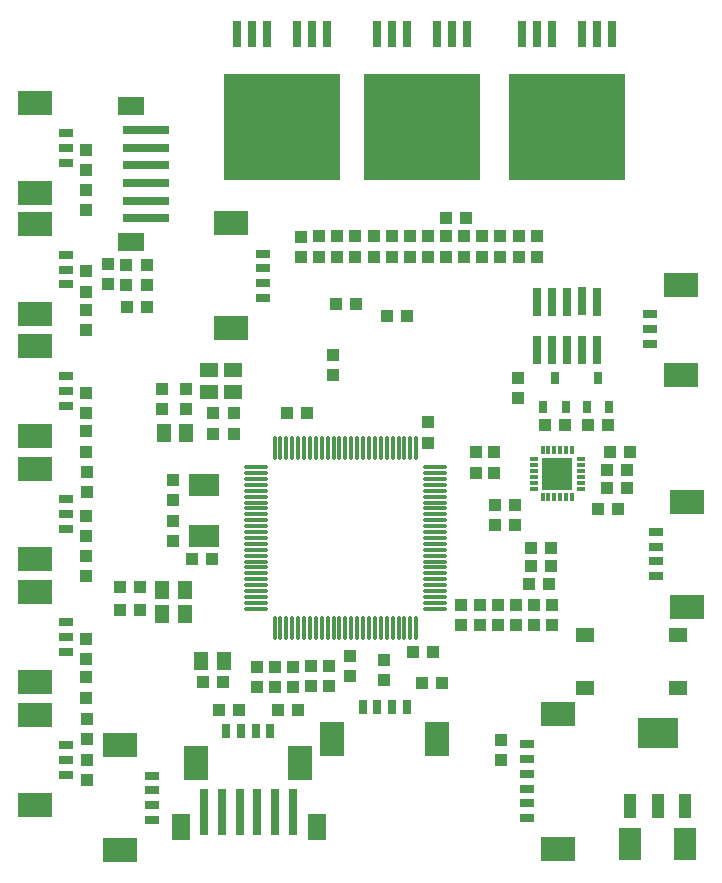
<source format=gtp>
G04 Layer_Color=8421504*
%FSLAX25Y25*%
%MOIN*%
G70*
G01*
G75*
%ADD10R,0.04331X0.03937*%
%ADD11R,0.05118X0.05906*%
%ADD12R,0.10236X0.07480*%
%ADD13R,0.10236X0.10630*%
%ADD14R,0.03150X0.01378*%
%ADD15R,0.01378X0.03150*%
%ADD16R,0.13780X0.09843*%
%ADD17R,0.03937X0.07874*%
%ADD18O,0.01181X0.08268*%
%ADD19O,0.08268X0.01181*%
%ADD20R,0.03150X0.03937*%
%ADD21R,0.06102X0.05118*%
%ADD22R,0.03937X0.04331*%
%ADD23R,0.05906X0.05118*%
%ADD24R,0.07480X0.10630*%
%ADD25R,0.03150X0.09449*%
%ADD26R,0.05118X0.03150*%
%ADD27R,0.03150X0.05118*%
%ADD28R,0.15748X0.03150*%
%ADD29R,0.03150X0.15748*%
%ADD30R,0.02953X0.08996*%
%ADD31R,0.39154X0.35492*%
%ADD41R,0.11811X0.08268*%
%ADD42R,0.08268X0.11811*%
%ADD43R,0.09055X0.05906*%
%ADD44R,0.05906X0.09055*%
D10*
X177500Y146500D02*
D03*
X184193D02*
D03*
X192000D02*
D03*
X198693D02*
D03*
X206000Y137500D02*
D03*
X199307D02*
D03*
X205000Y125500D02*
D03*
X198307D02*
D03*
X151193Y215500D02*
D03*
X144500D02*
D03*
X45000Y186000D02*
D03*
X38307D02*
D03*
X179500Y99500D02*
D03*
X172807D02*
D03*
X179500Y105500D02*
D03*
X172807D02*
D03*
X91500Y150500D02*
D03*
X98193D02*
D03*
X66500Y102000D02*
D03*
X59807D02*
D03*
X75500Y51500D02*
D03*
X68807D02*
D03*
X88500D02*
D03*
X95193D02*
D03*
X205000Y131500D02*
D03*
X198307D02*
D03*
X136500Y60500D02*
D03*
X143193D02*
D03*
X114500Y187000D02*
D03*
X107807D02*
D03*
X179000Y93500D02*
D03*
X172307D02*
D03*
X202000Y118500D02*
D03*
X195307D02*
D03*
X36000Y85000D02*
D03*
X42693D02*
D03*
X36000Y92500D02*
D03*
X42693D02*
D03*
X133500Y71000D02*
D03*
X140193D02*
D03*
X63500Y61000D02*
D03*
X70193D02*
D03*
X125000Y183000D02*
D03*
X131693D02*
D03*
D11*
X50500Y144000D02*
D03*
X57980D02*
D03*
X70500Y68000D02*
D03*
X63020D02*
D03*
X57500Y83500D02*
D03*
X50020D02*
D03*
X57500Y91500D02*
D03*
X50020D02*
D03*
D12*
X64000Y126618D02*
D03*
Y109689D02*
D03*
D13*
X181626Y130374D02*
D03*
D14*
X189500Y135295D02*
D03*
Y133327D02*
D03*
Y131358D02*
D03*
Y129390D02*
D03*
Y127421D02*
D03*
Y125453D02*
D03*
X173752Y125453D02*
D03*
Y127421D02*
D03*
Y129390D02*
D03*
Y131358D02*
D03*
Y133327D02*
D03*
Y135295D02*
D03*
D15*
X176705Y138248D02*
D03*
X178673D02*
D03*
X180642D02*
D03*
X182610D02*
D03*
X184579D02*
D03*
X186547D02*
D03*
X186547Y122500D02*
D03*
X184579D02*
D03*
X182610D02*
D03*
X180642D02*
D03*
X178673D02*
D03*
X176705D02*
D03*
D16*
X215055Y43909D02*
D03*
D17*
X224110Y19500D02*
D03*
X206000D02*
D03*
X215055D02*
D03*
D18*
X87378Y138921D02*
D03*
X89346D02*
D03*
X91315D02*
D03*
X93283D02*
D03*
X95252D02*
D03*
X97220D02*
D03*
X99189D02*
D03*
X101157D02*
D03*
X103126D02*
D03*
X105095D02*
D03*
X107063D02*
D03*
X109031D02*
D03*
X111000D02*
D03*
X112969D02*
D03*
X114937D02*
D03*
X116905D02*
D03*
X118874D02*
D03*
X120843D02*
D03*
X122811D02*
D03*
X124779D02*
D03*
X126748D02*
D03*
X128717D02*
D03*
X130685D02*
D03*
X132653D02*
D03*
X134622D02*
D03*
Y79079D02*
D03*
X132653D02*
D03*
X130685D02*
D03*
X128717D02*
D03*
X126748D02*
D03*
X124779D02*
D03*
X122811D02*
D03*
X120843D02*
D03*
X118874D02*
D03*
X116905D02*
D03*
X114937D02*
D03*
X112969D02*
D03*
X111000D02*
D03*
X109031D02*
D03*
X107063D02*
D03*
X105095D02*
D03*
X103126D02*
D03*
X101157D02*
D03*
X99189D02*
D03*
X97220D02*
D03*
X95252D02*
D03*
X93283D02*
D03*
X91315D02*
D03*
X89346D02*
D03*
X87378D02*
D03*
D19*
X140921Y132622D02*
D03*
Y130654D02*
D03*
Y128685D02*
D03*
Y126716D02*
D03*
Y124748D02*
D03*
Y122780D02*
D03*
Y120811D02*
D03*
Y118842D02*
D03*
Y116874D02*
D03*
Y114906D02*
D03*
Y112937D02*
D03*
Y110968D02*
D03*
Y109000D02*
D03*
Y107032D02*
D03*
Y105063D02*
D03*
Y103094D02*
D03*
Y101126D02*
D03*
Y99158D02*
D03*
Y97189D02*
D03*
Y95221D02*
D03*
Y93252D02*
D03*
Y91284D02*
D03*
Y89315D02*
D03*
Y87347D02*
D03*
Y85378D02*
D03*
X81079D02*
D03*
Y87347D02*
D03*
Y89315D02*
D03*
Y91284D02*
D03*
Y93252D02*
D03*
Y95221D02*
D03*
Y97189D02*
D03*
Y99158D02*
D03*
Y101126D02*
D03*
Y103094D02*
D03*
Y105063D02*
D03*
Y107032D02*
D03*
Y109000D02*
D03*
Y110968D02*
D03*
Y112937D02*
D03*
Y114906D02*
D03*
Y116874D02*
D03*
Y118842D02*
D03*
Y120811D02*
D03*
Y122780D02*
D03*
Y124748D02*
D03*
Y126716D02*
D03*
Y128685D02*
D03*
Y130654D02*
D03*
Y132622D02*
D03*
D20*
X177000Y152500D02*
D03*
X184480D02*
D03*
X180740Y162343D02*
D03*
X191500Y152500D02*
D03*
X198980D02*
D03*
X195240Y162343D02*
D03*
D21*
X190701Y59000D02*
D03*
Y76717D02*
D03*
X222000D02*
D03*
Y59000D02*
D03*
D22*
X126411Y202807D02*
D03*
Y209500D02*
D03*
X138500Y202807D02*
D03*
Y209500D02*
D03*
X108278Y202807D02*
D03*
Y209500D02*
D03*
X114322Y202807D02*
D03*
Y209500D02*
D03*
X144544Y202807D02*
D03*
Y209500D02*
D03*
X163000Y35000D02*
D03*
Y41693D02*
D03*
X102234Y209500D02*
D03*
Y202807D02*
D03*
X156633Y209500D02*
D03*
Y202807D02*
D03*
X168722Y209500D02*
D03*
Y202807D02*
D03*
X149500Y80000D02*
D03*
Y86693D02*
D03*
X161000Y120000D02*
D03*
Y113307D02*
D03*
X180000Y80000D02*
D03*
Y86693D02*
D03*
X167500Y120000D02*
D03*
Y113307D02*
D03*
X38000Y200000D02*
D03*
Y193307D02*
D03*
X25000Y42000D02*
D03*
Y48693D02*
D03*
Y35000D02*
D03*
Y28307D02*
D03*
X67000Y150500D02*
D03*
Y143807D02*
D03*
X74000Y150500D02*
D03*
Y143807D02*
D03*
X32000Y193500D02*
D03*
Y200193D02*
D03*
X174000Y86693D02*
D03*
Y80000D02*
D03*
X156000Y86693D02*
D03*
Y80000D02*
D03*
X24500Y62500D02*
D03*
Y55807D02*
D03*
Y68638D02*
D03*
Y75331D02*
D03*
Y144500D02*
D03*
Y137807D02*
D03*
Y185000D02*
D03*
Y178307D02*
D03*
Y191138D02*
D03*
Y197831D02*
D03*
Y225000D02*
D03*
Y218307D02*
D03*
Y231500D02*
D03*
Y238193D02*
D03*
X105500Y59500D02*
D03*
Y66193D02*
D03*
X99500Y59500D02*
D03*
Y66193D02*
D03*
X87500Y66000D02*
D03*
Y59307D02*
D03*
X107000Y170000D02*
D03*
Y163307D02*
D03*
X160500Y137500D02*
D03*
Y130807D02*
D03*
X138500Y147500D02*
D03*
Y140807D02*
D03*
X96189Y202614D02*
D03*
Y209307D02*
D03*
X120367Y202807D02*
D03*
Y209500D02*
D03*
X132456Y202807D02*
D03*
Y209500D02*
D03*
X150589D02*
D03*
Y202807D02*
D03*
X162678Y209500D02*
D03*
Y202807D02*
D03*
X174766D02*
D03*
Y209500D02*
D03*
X45000Y200000D02*
D03*
Y193307D02*
D03*
X162000Y80000D02*
D03*
Y86693D02*
D03*
X168000Y80000D02*
D03*
Y86693D02*
D03*
X50000Y152000D02*
D03*
Y158693D02*
D03*
X58000Y152000D02*
D03*
Y158693D02*
D03*
X112500Y63000D02*
D03*
Y69693D02*
D03*
X124000Y61500D02*
D03*
Y68193D02*
D03*
X93500Y66000D02*
D03*
Y59307D02*
D03*
X168500Y155500D02*
D03*
Y162193D02*
D03*
X154500Y130807D02*
D03*
Y137500D02*
D03*
X53500Y121500D02*
D03*
Y128193D02*
D03*
X24500Y150638D02*
D03*
Y157331D02*
D03*
X25000Y131000D02*
D03*
Y124307D02*
D03*
X81500Y66000D02*
D03*
Y59307D02*
D03*
X24500Y109638D02*
D03*
Y116331D02*
D03*
X53500Y114807D02*
D03*
Y108114D02*
D03*
X24500Y103000D02*
D03*
Y96307D02*
D03*
D23*
X65500Y157500D02*
D03*
Y164980D02*
D03*
X73500Y157500D02*
D03*
Y164980D02*
D03*
D24*
X224110Y7000D02*
D03*
X206000D02*
D03*
D25*
X174900Y171800D02*
D03*
Y187800D02*
D03*
X179900Y171800D02*
D03*
Y187800D02*
D03*
X184900Y171800D02*
D03*
Y187800D02*
D03*
X189900Y171800D02*
D03*
Y188000D02*
D03*
X194900Y171800D02*
D03*
Y187800D02*
D03*
D26*
X18000Y243843D02*
D03*
Y238921D02*
D03*
Y234000D02*
D03*
Y203343D02*
D03*
Y198421D02*
D03*
Y193500D02*
D03*
Y162843D02*
D03*
Y157921D02*
D03*
Y153000D02*
D03*
Y121843D02*
D03*
Y116921D02*
D03*
Y112000D02*
D03*
Y80843D02*
D03*
Y75921D02*
D03*
Y71000D02*
D03*
Y39843D02*
D03*
Y34921D02*
D03*
Y30000D02*
D03*
X212500Y173658D02*
D03*
Y178579D02*
D03*
Y183500D02*
D03*
X83500Y193921D02*
D03*
Y189000D02*
D03*
Y198821D02*
D03*
Y203743D02*
D03*
X214500Y106079D02*
D03*
Y111000D02*
D03*
Y101179D02*
D03*
Y96258D02*
D03*
X46500Y19921D02*
D03*
Y15000D02*
D03*
Y24821D02*
D03*
Y29743D02*
D03*
X171400Y30379D02*
D03*
Y25458D02*
D03*
Y15615D02*
D03*
Y20515D02*
D03*
Y40200D02*
D03*
Y35279D02*
D03*
D27*
X81079Y44500D02*
D03*
X86000D02*
D03*
X76179D02*
D03*
X71258D02*
D03*
X126579Y52500D02*
D03*
X131500D02*
D03*
X121679D02*
D03*
X116758D02*
D03*
D28*
X44500Y215500D02*
D03*
Y221406D02*
D03*
Y227311D02*
D03*
Y233217D02*
D03*
Y239122D02*
D03*
Y245028D02*
D03*
D29*
X93500Y17695D02*
D03*
X87594D02*
D03*
X81689D02*
D03*
X75783D02*
D03*
X69878D02*
D03*
X63973D02*
D03*
D30*
X105000Y277000D02*
D03*
X100000D02*
D03*
X95000D02*
D03*
X85000D02*
D03*
X80000D02*
D03*
X75000D02*
D03*
X151500D02*
D03*
X146500D02*
D03*
X141500D02*
D03*
X131500D02*
D03*
X126500D02*
D03*
X121500D02*
D03*
X200000D02*
D03*
X195000D02*
D03*
X190000D02*
D03*
X180000D02*
D03*
X175000D02*
D03*
X170000D02*
D03*
D31*
X90000Y245839D02*
D03*
X136500D02*
D03*
X185000D02*
D03*
D41*
X7506Y224034D02*
D03*
X7506Y254034D02*
D03*
X7506Y183534D02*
D03*
X7506Y213534D02*
D03*
X7506Y143034D02*
D03*
X7506Y173034D02*
D03*
X7506Y102034D02*
D03*
X7506Y132034D02*
D03*
X7506Y61034D02*
D03*
X7506Y91034D02*
D03*
X7506Y20034D02*
D03*
X7506Y50034D02*
D03*
X222994Y193466D02*
D03*
Y163466D02*
D03*
X73006Y213934D02*
D03*
X73006Y179134D02*
D03*
X224994Y86066D02*
D03*
Y120866D02*
D03*
X36006Y39934D02*
D03*
X36006Y5134D02*
D03*
X181895Y5466D02*
D03*
Y50166D02*
D03*
D42*
X61066Y34005D02*
D03*
X95866D02*
D03*
X106566Y42006D02*
D03*
X141366D02*
D03*
D43*
X39472Y207553D02*
D03*
Y252953D02*
D03*
D44*
X101447Y12667D02*
D03*
X56047D02*
D03*
M02*

</source>
